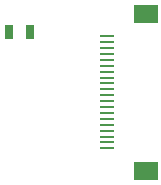
<source format=gtp>
G04 EAGLE Gerber RS-274X export*
G75*
%MOMM*%
%FSLAX34Y34*%
%LPD*%
%INTop Paste*%
%IPPOS*%
%AMOC8*
5,1,8,0,0,1.08239X$1,22.5*%
G01*
%ADD10R,0.800000X1.200000*%
%ADD11R,1.250000X0.250000*%
%ADD12R,2.050000X1.650000*%


D10*
X275300Y152800D03*
X257300Y152800D03*
D11*
X340800Y54100D03*
X340800Y59100D03*
X340800Y64100D03*
X340800Y69100D03*
X340800Y74100D03*
X340800Y79100D03*
X340800Y84100D03*
X340800Y89100D03*
X340800Y94100D03*
X340800Y99100D03*
X340800Y104100D03*
X340800Y109100D03*
X340800Y114100D03*
X340800Y119100D03*
X340800Y124100D03*
X340800Y129100D03*
X340800Y134100D03*
X340800Y139100D03*
X340800Y144100D03*
X340800Y149100D03*
D12*
X373300Y168100D03*
X373300Y35100D03*
M02*

</source>
